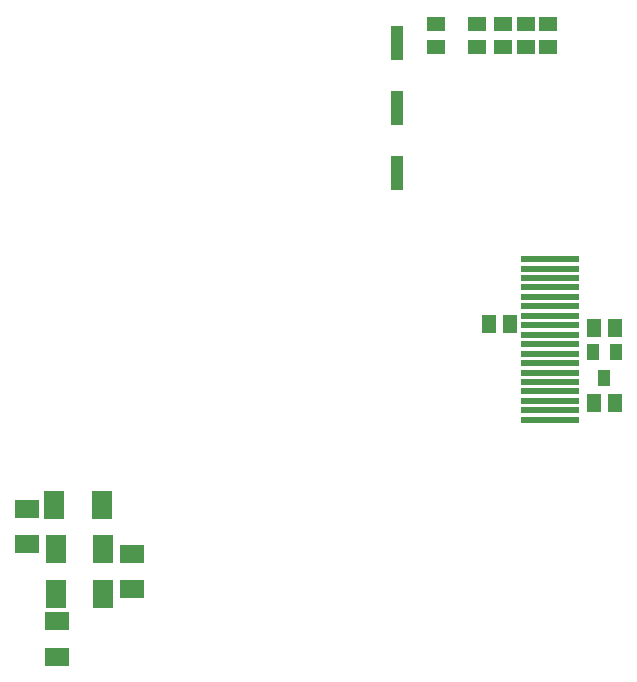
<source format=gtp>
G75*
G70*
%OFA0B0*%
%FSLAX24Y24*%
%IPPOS*%
%LPD*%
%AMOC8*
5,1,8,0,0,1.08239X$1,22.5*
%
%ADD10R,0.0630X0.0512*%
%ADD11R,0.0591X0.0512*%
%ADD12R,0.0709X0.0945*%
%ADD13R,0.0787X0.0591*%
%ADD14R,0.0394X0.1181*%
%ADD15R,0.1929X0.0197*%
%ADD16R,0.0512X0.0591*%
%ADD17R,0.0394X0.0551*%
D10*
X035706Y022922D03*
X035706Y023710D03*
D11*
X037081Y023690D03*
X037956Y023690D03*
X038706Y023690D03*
X039456Y023690D03*
X039456Y022942D03*
X038706Y022942D03*
X037956Y022942D03*
X037081Y022942D03*
D12*
X024590Y007652D03*
X022996Y007652D03*
X023033Y006191D03*
X024628Y006191D03*
X024628Y004691D03*
X023033Y004691D03*
D13*
X022081Y006350D03*
X022081Y007531D03*
X025581Y006031D03*
X025581Y004850D03*
X023081Y003781D03*
X023081Y002600D03*
D14*
X034411Y018744D03*
X034411Y020909D03*
X034411Y023074D03*
D15*
X039522Y015858D03*
X039522Y015543D03*
X039522Y015228D03*
X039522Y014913D03*
X039522Y014598D03*
X039522Y014283D03*
X039522Y013968D03*
X039522Y013653D03*
X039522Y013339D03*
X039522Y013024D03*
X039522Y012709D03*
X039522Y012394D03*
X039522Y012079D03*
X039522Y011764D03*
X039522Y011449D03*
X039522Y011134D03*
X039522Y010819D03*
X039522Y010504D03*
D16*
X040996Y011066D03*
X041665Y011066D03*
X041665Y013566D03*
X040996Y013566D03*
X038165Y013691D03*
X037496Y013691D03*
D17*
X040957Y012749D03*
X041705Y012749D03*
X041331Y011883D03*
M02*

</source>
